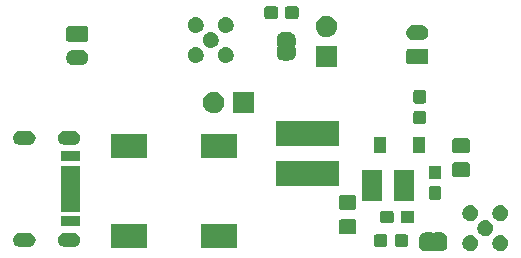
<source format=gts>
G04 #@! TF.GenerationSoftware,KiCad,Pcbnew,(5.1.5-0)*
G04 #@! TF.CreationDate,2021-10-28T11:32:37-06:00*
G04 #@! TF.ProjectId,TPS61165-heater-v2,54505336-3131-4363-952d-686561746572,rev?*
G04 #@! TF.SameCoordinates,Original*
G04 #@! TF.FileFunction,Soldermask,Top*
G04 #@! TF.FilePolarity,Negative*
%FSLAX46Y46*%
G04 Gerber Fmt 4.6, Leading zero omitted, Abs format (unit mm)*
G04 Created by KiCad (PCBNEW (5.1.5-0)) date 2021-10-28 11:32:37*
%MOMM*%
%LPD*%
G04 APERTURE LIST*
%ADD10C,0.100000*%
G04 APERTURE END LIST*
D10*
G36*
X152909999Y-84699737D02*
G01*
X152919608Y-84702652D01*
X152928472Y-84707390D01*
X152936237Y-84713763D01*
X152946448Y-84726206D01*
X152953378Y-84736575D01*
X152970705Y-84753902D01*
X152991080Y-84767515D01*
X153013720Y-84776891D01*
X153037753Y-84781671D01*
X153062257Y-84781670D01*
X153086290Y-84776888D01*
X153108929Y-84767510D01*
X153129302Y-84753895D01*
X153146629Y-84736568D01*
X153153558Y-84726198D01*
X153163763Y-84713763D01*
X153171528Y-84707390D01*
X153180392Y-84702652D01*
X153190001Y-84699737D01*
X153206140Y-84698148D01*
X153693861Y-84698148D01*
X153712199Y-84699954D01*
X153724450Y-84700556D01*
X153742869Y-84700556D01*
X153765149Y-84702750D01*
X153849233Y-84719476D01*
X153870660Y-84725976D01*
X153949858Y-84758780D01*
X153955303Y-84761691D01*
X153955309Y-84761693D01*
X153964169Y-84766429D01*
X153964173Y-84766432D01*
X153969614Y-84769340D01*
X154040899Y-84816971D01*
X154058204Y-84831172D01*
X154118828Y-84891796D01*
X154133029Y-84909101D01*
X154180660Y-84980386D01*
X154183568Y-84985827D01*
X154183571Y-84985831D01*
X154188307Y-84994691D01*
X154188309Y-84994697D01*
X154191220Y-85000142D01*
X154224024Y-85079340D01*
X154230524Y-85100767D01*
X154247250Y-85184851D01*
X154249444Y-85207131D01*
X154249444Y-85225550D01*
X154250046Y-85237801D01*
X154251852Y-85256139D01*
X154251852Y-85743862D01*
X154250046Y-85762199D01*
X154249444Y-85774450D01*
X154249444Y-85792869D01*
X154247250Y-85815149D01*
X154230524Y-85899233D01*
X154224024Y-85920660D01*
X154191220Y-85999858D01*
X154188309Y-86005303D01*
X154188307Y-86005309D01*
X154183571Y-86014169D01*
X154183568Y-86014173D01*
X154180660Y-86019614D01*
X154133029Y-86090899D01*
X154118828Y-86108204D01*
X154058204Y-86168828D01*
X154040899Y-86183029D01*
X153969614Y-86230660D01*
X153964173Y-86233568D01*
X153964169Y-86233571D01*
X153955309Y-86238307D01*
X153955303Y-86238309D01*
X153949858Y-86241220D01*
X153870660Y-86274024D01*
X153849233Y-86280524D01*
X153765149Y-86297250D01*
X153742869Y-86299444D01*
X153724450Y-86299444D01*
X153712199Y-86300046D01*
X153693862Y-86301852D01*
X153206140Y-86301852D01*
X153190001Y-86300263D01*
X153180392Y-86297348D01*
X153171528Y-86292610D01*
X153163763Y-86286237D01*
X153153552Y-86273794D01*
X153146622Y-86263425D01*
X153129295Y-86246098D01*
X153108920Y-86232485D01*
X153086280Y-86223109D01*
X153062247Y-86218329D01*
X153037743Y-86218330D01*
X153013710Y-86223112D01*
X152991071Y-86232490D01*
X152970698Y-86246105D01*
X152953371Y-86263432D01*
X152946442Y-86273802D01*
X152936237Y-86286237D01*
X152928472Y-86292610D01*
X152919608Y-86297348D01*
X152909999Y-86300263D01*
X152893860Y-86301852D01*
X152406138Y-86301852D01*
X152387801Y-86300046D01*
X152375550Y-86299444D01*
X152357131Y-86299444D01*
X152334851Y-86297250D01*
X152250767Y-86280524D01*
X152229340Y-86274024D01*
X152150142Y-86241220D01*
X152144697Y-86238309D01*
X152144691Y-86238307D01*
X152135831Y-86233571D01*
X152135827Y-86233568D01*
X152130386Y-86230660D01*
X152059101Y-86183029D01*
X152041796Y-86168828D01*
X151981172Y-86108204D01*
X151966971Y-86090899D01*
X151919340Y-86019614D01*
X151916432Y-86014173D01*
X151916429Y-86014169D01*
X151911693Y-86005309D01*
X151911691Y-86005303D01*
X151908780Y-85999858D01*
X151875976Y-85920660D01*
X151869476Y-85899233D01*
X151852750Y-85815149D01*
X151850556Y-85792869D01*
X151850556Y-85774450D01*
X151849954Y-85762199D01*
X151848148Y-85743862D01*
X151848148Y-85256139D01*
X151849954Y-85237801D01*
X151850556Y-85225550D01*
X151850556Y-85207131D01*
X151852750Y-85184851D01*
X151869476Y-85100767D01*
X151875976Y-85079340D01*
X151908780Y-85000142D01*
X151911691Y-84994697D01*
X151911693Y-84994691D01*
X151916429Y-84985831D01*
X151916432Y-84985827D01*
X151919340Y-84980386D01*
X151966971Y-84909101D01*
X151981172Y-84891796D01*
X152041796Y-84831172D01*
X152059101Y-84816971D01*
X152130386Y-84769340D01*
X152135827Y-84766432D01*
X152135831Y-84766429D01*
X152144691Y-84761693D01*
X152144697Y-84761691D01*
X152150142Y-84758780D01*
X152229340Y-84725976D01*
X152250767Y-84719476D01*
X152334851Y-84702750D01*
X152357131Y-84700556D01*
X152375550Y-84700556D01*
X152387801Y-84699954D01*
X152406139Y-84698148D01*
X152893860Y-84698148D01*
X152909999Y-84699737D01*
G37*
G36*
X158839300Y-84947595D02*
G01*
X158925724Y-84964786D01*
X159047838Y-85015367D01*
X159157738Y-85088800D01*
X159251200Y-85182262D01*
X159324633Y-85292162D01*
X159375214Y-85414276D01*
X159401000Y-85543912D01*
X159401000Y-85676088D01*
X159375214Y-85805724D01*
X159324633Y-85927838D01*
X159251200Y-86037738D01*
X159157738Y-86131200D01*
X159047838Y-86204633D01*
X158925724Y-86255214D01*
X158839300Y-86272405D01*
X158796089Y-86281000D01*
X158663911Y-86281000D01*
X158620700Y-86272405D01*
X158534276Y-86255214D01*
X158412162Y-86204633D01*
X158302262Y-86131200D01*
X158208800Y-86037738D01*
X158135367Y-85927838D01*
X158084786Y-85805724D01*
X158059000Y-85676088D01*
X158059000Y-85543912D01*
X158084786Y-85414276D01*
X158135367Y-85292162D01*
X158208800Y-85182262D01*
X158302262Y-85088800D01*
X158412162Y-85015367D01*
X158534276Y-84964786D01*
X158620700Y-84947595D01*
X158663911Y-84939000D01*
X158796089Y-84939000D01*
X158839300Y-84947595D01*
G37*
G36*
X156299300Y-84947595D02*
G01*
X156385724Y-84964786D01*
X156507838Y-85015367D01*
X156617738Y-85088800D01*
X156711200Y-85182262D01*
X156784633Y-85292162D01*
X156835214Y-85414276D01*
X156861000Y-85543912D01*
X156861000Y-85676088D01*
X156835214Y-85805724D01*
X156784633Y-85927838D01*
X156711200Y-86037738D01*
X156617738Y-86131200D01*
X156507838Y-86204633D01*
X156385724Y-86255214D01*
X156299300Y-86272405D01*
X156256089Y-86281000D01*
X156123911Y-86281000D01*
X156080700Y-86272405D01*
X155994276Y-86255214D01*
X155872162Y-86204633D01*
X155762262Y-86131200D01*
X155668800Y-86037738D01*
X155595367Y-85927838D01*
X155544786Y-85805724D01*
X155519000Y-85676088D01*
X155519000Y-85543912D01*
X155544786Y-85414276D01*
X155595367Y-85292162D01*
X155668800Y-85182262D01*
X155762262Y-85088800D01*
X155872162Y-85015367D01*
X155994276Y-84964786D01*
X156080700Y-84947595D01*
X156123911Y-84939000D01*
X156256089Y-84939000D01*
X156299300Y-84947595D01*
G37*
G36*
X128851000Y-86061000D02*
G01*
X125749000Y-86061000D01*
X125749000Y-83959000D01*
X128851000Y-83959000D01*
X128851000Y-86061000D01*
G37*
G36*
X136451000Y-86061000D02*
G01*
X133349000Y-86061000D01*
X133349000Y-83959000D01*
X136451000Y-83959000D01*
X136451000Y-86061000D01*
G37*
G36*
X149014499Y-84878445D02*
G01*
X149051995Y-84889820D01*
X149086554Y-84908292D01*
X149116847Y-84933153D01*
X149141708Y-84963446D01*
X149160180Y-84998005D01*
X149171555Y-85035501D01*
X149176000Y-85080638D01*
X149176000Y-85719362D01*
X149171555Y-85764499D01*
X149160180Y-85801995D01*
X149141708Y-85836554D01*
X149116847Y-85866847D01*
X149086554Y-85891708D01*
X149051995Y-85910180D01*
X149014499Y-85921555D01*
X148969362Y-85926000D01*
X148230638Y-85926000D01*
X148185501Y-85921555D01*
X148148005Y-85910180D01*
X148113446Y-85891708D01*
X148083153Y-85866847D01*
X148058292Y-85836554D01*
X148039820Y-85801995D01*
X148028445Y-85764499D01*
X148024000Y-85719362D01*
X148024000Y-85080638D01*
X148028445Y-85035501D01*
X148039820Y-84998005D01*
X148058292Y-84963446D01*
X148083153Y-84933153D01*
X148113446Y-84908292D01*
X148148005Y-84889820D01*
X148185501Y-84878445D01*
X148230638Y-84874000D01*
X148969362Y-84874000D01*
X149014499Y-84878445D01*
G37*
G36*
X150764499Y-84878445D02*
G01*
X150801995Y-84889820D01*
X150836554Y-84908292D01*
X150866847Y-84933153D01*
X150891708Y-84963446D01*
X150910180Y-84998005D01*
X150921555Y-85035501D01*
X150926000Y-85080638D01*
X150926000Y-85719362D01*
X150921555Y-85764499D01*
X150910180Y-85801995D01*
X150891708Y-85836554D01*
X150866847Y-85866847D01*
X150836554Y-85891708D01*
X150801995Y-85910180D01*
X150764499Y-85921555D01*
X150719362Y-85926000D01*
X149980638Y-85926000D01*
X149935501Y-85921555D01*
X149898005Y-85910180D01*
X149863446Y-85891708D01*
X149833153Y-85866847D01*
X149808292Y-85836554D01*
X149789820Y-85801995D01*
X149778445Y-85764499D01*
X149774000Y-85719362D01*
X149774000Y-85080638D01*
X149778445Y-85035501D01*
X149789820Y-84998005D01*
X149808292Y-84963446D01*
X149833153Y-84933153D01*
X149863446Y-84908292D01*
X149898005Y-84889820D01*
X149935501Y-84878445D01*
X149980638Y-84874000D01*
X150719362Y-84874000D01*
X150764499Y-84878445D01*
G37*
G36*
X122692818Y-84727696D02*
G01*
X122806105Y-84762062D01*
X122910512Y-84817869D01*
X123002027Y-84892973D01*
X123077131Y-84984488D01*
X123132938Y-85088895D01*
X123167304Y-85202182D01*
X123178907Y-85320000D01*
X123167304Y-85437818D01*
X123132938Y-85551105D01*
X123077131Y-85655512D01*
X123002027Y-85747027D01*
X122910512Y-85822131D01*
X122806105Y-85877938D01*
X122692818Y-85912304D01*
X122604519Y-85921000D01*
X121845481Y-85921000D01*
X121757182Y-85912304D01*
X121643895Y-85877938D01*
X121539488Y-85822131D01*
X121447973Y-85747027D01*
X121372869Y-85655512D01*
X121317062Y-85551105D01*
X121282696Y-85437818D01*
X121271093Y-85320000D01*
X121282696Y-85202182D01*
X121317062Y-85088895D01*
X121372869Y-84984488D01*
X121447973Y-84892973D01*
X121539488Y-84817869D01*
X121643895Y-84762062D01*
X121757182Y-84727696D01*
X121845481Y-84719000D01*
X122604519Y-84719000D01*
X122692818Y-84727696D01*
G37*
G36*
X118892818Y-84727696D02*
G01*
X119006105Y-84762062D01*
X119110512Y-84817869D01*
X119202027Y-84892973D01*
X119277131Y-84984488D01*
X119332938Y-85088895D01*
X119367304Y-85202182D01*
X119378907Y-85320000D01*
X119367304Y-85437818D01*
X119332938Y-85551105D01*
X119277131Y-85655512D01*
X119202027Y-85747027D01*
X119110512Y-85822131D01*
X119006105Y-85877938D01*
X118892818Y-85912304D01*
X118804519Y-85921000D01*
X118045481Y-85921000D01*
X117957182Y-85912304D01*
X117843895Y-85877938D01*
X117739488Y-85822131D01*
X117647973Y-85747027D01*
X117572869Y-85655512D01*
X117517062Y-85551105D01*
X117482696Y-85437818D01*
X117471093Y-85320000D01*
X117482696Y-85202182D01*
X117517062Y-85088895D01*
X117572869Y-84984488D01*
X117647973Y-84892973D01*
X117739488Y-84817869D01*
X117843895Y-84762062D01*
X117957182Y-84727696D01*
X118045481Y-84719000D01*
X118804519Y-84719000D01*
X118892818Y-84727696D01*
G37*
G36*
X157569300Y-83677595D02*
G01*
X157655724Y-83694786D01*
X157777838Y-83745367D01*
X157887738Y-83818800D01*
X157981200Y-83912262D01*
X158054633Y-84022162D01*
X158105214Y-84144276D01*
X158131000Y-84273912D01*
X158131000Y-84406088D01*
X158105214Y-84535724D01*
X158054633Y-84657838D01*
X157981200Y-84767738D01*
X157887738Y-84861200D01*
X157777838Y-84934633D01*
X157655724Y-84985214D01*
X157580675Y-85000142D01*
X157526089Y-85011000D01*
X157393911Y-85011000D01*
X157339325Y-85000142D01*
X157264276Y-84985214D01*
X157142162Y-84934633D01*
X157032262Y-84861200D01*
X156938800Y-84767738D01*
X156865367Y-84657838D01*
X156814786Y-84535724D01*
X156789000Y-84406088D01*
X156789000Y-84273912D01*
X156814786Y-84144276D01*
X156865367Y-84022162D01*
X156938800Y-83912262D01*
X157032262Y-83818800D01*
X157142162Y-83745367D01*
X157264276Y-83694786D01*
X157350700Y-83677595D01*
X157393911Y-83669000D01*
X157526089Y-83669000D01*
X157569300Y-83677595D01*
G37*
G36*
X146388674Y-83603465D02*
G01*
X146426367Y-83614899D01*
X146461103Y-83633466D01*
X146491548Y-83658452D01*
X146516534Y-83688897D01*
X146535101Y-83723633D01*
X146546535Y-83761326D01*
X146551000Y-83806661D01*
X146551000Y-84643339D01*
X146546535Y-84688674D01*
X146535101Y-84726367D01*
X146516534Y-84761103D01*
X146491548Y-84791548D01*
X146461103Y-84816534D01*
X146426367Y-84835101D01*
X146388674Y-84846535D01*
X146343339Y-84851000D01*
X145256661Y-84851000D01*
X145211326Y-84846535D01*
X145173633Y-84835101D01*
X145138897Y-84816534D01*
X145108452Y-84791548D01*
X145083466Y-84761103D01*
X145064899Y-84726367D01*
X145053465Y-84688674D01*
X145049000Y-84643339D01*
X145049000Y-83806661D01*
X145053465Y-83761326D01*
X145064899Y-83723633D01*
X145083466Y-83688897D01*
X145108452Y-83658452D01*
X145138897Y-83633466D01*
X145173633Y-83614899D01*
X145211326Y-83603465D01*
X145256661Y-83599000D01*
X146343339Y-83599000D01*
X146388674Y-83603465D01*
G37*
G36*
X123176000Y-84201000D02*
G01*
X121574000Y-84201000D01*
X121574000Y-83299000D01*
X123176000Y-83299000D01*
X123176000Y-84201000D01*
G37*
G36*
X149539499Y-82878445D02*
G01*
X149576995Y-82889820D01*
X149611554Y-82908292D01*
X149641847Y-82933153D01*
X149666708Y-82963446D01*
X149685180Y-82998005D01*
X149696555Y-83035501D01*
X149701000Y-83080638D01*
X149701000Y-83719362D01*
X149696555Y-83764499D01*
X149685180Y-83801995D01*
X149666708Y-83836554D01*
X149641847Y-83866847D01*
X149611554Y-83891708D01*
X149576995Y-83910180D01*
X149539499Y-83921555D01*
X149494362Y-83926000D01*
X148755638Y-83926000D01*
X148710501Y-83921555D01*
X148673005Y-83910180D01*
X148638446Y-83891708D01*
X148608153Y-83866847D01*
X148583292Y-83836554D01*
X148564820Y-83801995D01*
X148553445Y-83764499D01*
X148549000Y-83719362D01*
X148549000Y-83080638D01*
X148553445Y-83035501D01*
X148564820Y-82998005D01*
X148583292Y-82963446D01*
X148608153Y-82933153D01*
X148638446Y-82908292D01*
X148673005Y-82889820D01*
X148710501Y-82878445D01*
X148755638Y-82874000D01*
X149494362Y-82874000D01*
X149539499Y-82878445D01*
G37*
G36*
X151289499Y-82878445D02*
G01*
X151326995Y-82889820D01*
X151361554Y-82908292D01*
X151391847Y-82933153D01*
X151416708Y-82963446D01*
X151435180Y-82998005D01*
X151446555Y-83035501D01*
X151451000Y-83080638D01*
X151451000Y-83719362D01*
X151446555Y-83764499D01*
X151435180Y-83801995D01*
X151416708Y-83836554D01*
X151391847Y-83866847D01*
X151361554Y-83891708D01*
X151326995Y-83910180D01*
X151289499Y-83921555D01*
X151244362Y-83926000D01*
X150505638Y-83926000D01*
X150460501Y-83921555D01*
X150423005Y-83910180D01*
X150388446Y-83891708D01*
X150358153Y-83866847D01*
X150333292Y-83836554D01*
X150314820Y-83801995D01*
X150303445Y-83764499D01*
X150299000Y-83719362D01*
X150299000Y-83080638D01*
X150303445Y-83035501D01*
X150314820Y-82998005D01*
X150333292Y-82963446D01*
X150358153Y-82933153D01*
X150388446Y-82908292D01*
X150423005Y-82889820D01*
X150460501Y-82878445D01*
X150505638Y-82874000D01*
X151244362Y-82874000D01*
X151289499Y-82878445D01*
G37*
G36*
X156299300Y-82407595D02*
G01*
X156385724Y-82424786D01*
X156507838Y-82475367D01*
X156617738Y-82548800D01*
X156711200Y-82642262D01*
X156784633Y-82752162D01*
X156835214Y-82874276D01*
X156861000Y-83003912D01*
X156861000Y-83136088D01*
X156835214Y-83265724D01*
X156784633Y-83387838D01*
X156711200Y-83497738D01*
X156617738Y-83591200D01*
X156507838Y-83664633D01*
X156385724Y-83715214D01*
X156299300Y-83732405D01*
X156256089Y-83741000D01*
X156123911Y-83741000D01*
X156080700Y-83732405D01*
X155994276Y-83715214D01*
X155872162Y-83664633D01*
X155762262Y-83591200D01*
X155668800Y-83497738D01*
X155595367Y-83387838D01*
X155544786Y-83265724D01*
X155519000Y-83136088D01*
X155519000Y-83003912D01*
X155544786Y-82874276D01*
X155595367Y-82752162D01*
X155668800Y-82642262D01*
X155762262Y-82548800D01*
X155872162Y-82475367D01*
X155994276Y-82424786D01*
X156080700Y-82407595D01*
X156123911Y-82399000D01*
X156256089Y-82399000D01*
X156299300Y-82407595D01*
G37*
G36*
X158839300Y-82407595D02*
G01*
X158925724Y-82424786D01*
X159047838Y-82475367D01*
X159157738Y-82548800D01*
X159251200Y-82642262D01*
X159324633Y-82752162D01*
X159375214Y-82874276D01*
X159401000Y-83003912D01*
X159401000Y-83136088D01*
X159375214Y-83265724D01*
X159324633Y-83387838D01*
X159251200Y-83497738D01*
X159157738Y-83591200D01*
X159047838Y-83664633D01*
X158925724Y-83715214D01*
X158839300Y-83732405D01*
X158796089Y-83741000D01*
X158663911Y-83741000D01*
X158620700Y-83732405D01*
X158534276Y-83715214D01*
X158412162Y-83664633D01*
X158302262Y-83591200D01*
X158208800Y-83497738D01*
X158135367Y-83387838D01*
X158084786Y-83265724D01*
X158059000Y-83136088D01*
X158059000Y-83003912D01*
X158084786Y-82874276D01*
X158135367Y-82752162D01*
X158208800Y-82642262D01*
X158302262Y-82548800D01*
X158412162Y-82475367D01*
X158534276Y-82424786D01*
X158620700Y-82407595D01*
X158663911Y-82399000D01*
X158796089Y-82399000D01*
X158839300Y-82407595D01*
G37*
G36*
X123176000Y-82951000D02*
G01*
X121574000Y-82951000D01*
X121574000Y-79049000D01*
X123176000Y-79049000D01*
X123176000Y-82951000D01*
G37*
G36*
X146388674Y-81553465D02*
G01*
X146426367Y-81564899D01*
X146461103Y-81583466D01*
X146491548Y-81608452D01*
X146516534Y-81638897D01*
X146535101Y-81673633D01*
X146546535Y-81711326D01*
X146551000Y-81756661D01*
X146551000Y-82593339D01*
X146546535Y-82638674D01*
X146535101Y-82676367D01*
X146516534Y-82711103D01*
X146491548Y-82741548D01*
X146461103Y-82766534D01*
X146426367Y-82785101D01*
X146388674Y-82796535D01*
X146343339Y-82801000D01*
X145256661Y-82801000D01*
X145211326Y-82796535D01*
X145173633Y-82785101D01*
X145138897Y-82766534D01*
X145108452Y-82741548D01*
X145083466Y-82711103D01*
X145064899Y-82676367D01*
X145053465Y-82638674D01*
X145049000Y-82593339D01*
X145049000Y-81756661D01*
X145053465Y-81711326D01*
X145064899Y-81673633D01*
X145083466Y-81638897D01*
X145108452Y-81608452D01*
X145138897Y-81583466D01*
X145173633Y-81564899D01*
X145211326Y-81553465D01*
X145256661Y-81549000D01*
X146343339Y-81549000D01*
X146388674Y-81553465D01*
G37*
G36*
X151411000Y-82056000D02*
G01*
X149749000Y-82056000D01*
X149749000Y-79404000D01*
X151411000Y-79404000D01*
X151411000Y-82056000D01*
G37*
G36*
X148711000Y-82056000D02*
G01*
X147049000Y-82056000D01*
X147049000Y-79404000D01*
X148711000Y-79404000D01*
X148711000Y-82056000D01*
G37*
G36*
X153564499Y-80803445D02*
G01*
X153601995Y-80814820D01*
X153636554Y-80833292D01*
X153666847Y-80858153D01*
X153691708Y-80888446D01*
X153710180Y-80923005D01*
X153721555Y-80960501D01*
X153726000Y-81005638D01*
X153726000Y-81744362D01*
X153721555Y-81789499D01*
X153710180Y-81826995D01*
X153691708Y-81861554D01*
X153666847Y-81891847D01*
X153636554Y-81916708D01*
X153601995Y-81935180D01*
X153564499Y-81946555D01*
X153519362Y-81951000D01*
X152880638Y-81951000D01*
X152835501Y-81946555D01*
X152798005Y-81935180D01*
X152763446Y-81916708D01*
X152733153Y-81891847D01*
X152708292Y-81861554D01*
X152689820Y-81826995D01*
X152678445Y-81789499D01*
X152674000Y-81744362D01*
X152674000Y-81005638D01*
X152678445Y-80960501D01*
X152689820Y-80923005D01*
X152708292Y-80888446D01*
X152733153Y-80858153D01*
X152763446Y-80833292D01*
X152798005Y-80814820D01*
X152835501Y-80803445D01*
X152880638Y-80799000D01*
X153519362Y-80799000D01*
X153564499Y-80803445D01*
G37*
G36*
X145101000Y-80751000D02*
G01*
X139699000Y-80751000D01*
X139699000Y-78649000D01*
X145101000Y-78649000D01*
X145101000Y-80751000D01*
G37*
G36*
X153564499Y-79053445D02*
G01*
X153601995Y-79064820D01*
X153636554Y-79083292D01*
X153666847Y-79108153D01*
X153691708Y-79138446D01*
X153710180Y-79173005D01*
X153721555Y-79210501D01*
X153726000Y-79255638D01*
X153726000Y-79994362D01*
X153721555Y-80039499D01*
X153710180Y-80076995D01*
X153691708Y-80111554D01*
X153666847Y-80141847D01*
X153636554Y-80166708D01*
X153601995Y-80185180D01*
X153564499Y-80196555D01*
X153519362Y-80201000D01*
X152880638Y-80201000D01*
X152835501Y-80196555D01*
X152798005Y-80185180D01*
X152763446Y-80166708D01*
X152733153Y-80141847D01*
X152708292Y-80111554D01*
X152689820Y-80076995D01*
X152678445Y-80039499D01*
X152674000Y-79994362D01*
X152674000Y-79255638D01*
X152678445Y-79210501D01*
X152689820Y-79173005D01*
X152708292Y-79138446D01*
X152733153Y-79108153D01*
X152763446Y-79083292D01*
X152798005Y-79064820D01*
X152835501Y-79053445D01*
X152880638Y-79049000D01*
X153519362Y-79049000D01*
X153564499Y-79053445D01*
G37*
G36*
X155988674Y-78778465D02*
G01*
X156026367Y-78789899D01*
X156061103Y-78808466D01*
X156091548Y-78833452D01*
X156116534Y-78863897D01*
X156135101Y-78898633D01*
X156146535Y-78936326D01*
X156151000Y-78981661D01*
X156151000Y-79818339D01*
X156146535Y-79863674D01*
X156135101Y-79901367D01*
X156116534Y-79936103D01*
X156091548Y-79966548D01*
X156061103Y-79991534D01*
X156026367Y-80010101D01*
X155988674Y-80021535D01*
X155943339Y-80026000D01*
X154856661Y-80026000D01*
X154811326Y-80021535D01*
X154773633Y-80010101D01*
X154738897Y-79991534D01*
X154708452Y-79966548D01*
X154683466Y-79936103D01*
X154664899Y-79901367D01*
X154653465Y-79863674D01*
X154649000Y-79818339D01*
X154649000Y-78981661D01*
X154653465Y-78936326D01*
X154664899Y-78898633D01*
X154683466Y-78863897D01*
X154708452Y-78833452D01*
X154738897Y-78808466D01*
X154773633Y-78789899D01*
X154811326Y-78778465D01*
X154856661Y-78774000D01*
X155943339Y-78774000D01*
X155988674Y-78778465D01*
G37*
G36*
X123176000Y-78701000D02*
G01*
X121574000Y-78701000D01*
X121574000Y-77799000D01*
X123176000Y-77799000D01*
X123176000Y-78701000D01*
G37*
G36*
X136451000Y-78441000D02*
G01*
X133349000Y-78441000D01*
X133349000Y-76339000D01*
X136451000Y-76339000D01*
X136451000Y-78441000D01*
G37*
G36*
X128851000Y-78441000D02*
G01*
X125749000Y-78441000D01*
X125749000Y-76339000D01*
X128851000Y-76339000D01*
X128851000Y-78441000D01*
G37*
G36*
X155988674Y-76728465D02*
G01*
X156026367Y-76739899D01*
X156061103Y-76758466D01*
X156091548Y-76783452D01*
X156116534Y-76813897D01*
X156135101Y-76848633D01*
X156146535Y-76886326D01*
X156151000Y-76931661D01*
X156151000Y-77768339D01*
X156146535Y-77813674D01*
X156135101Y-77851367D01*
X156116534Y-77886103D01*
X156091548Y-77916548D01*
X156061103Y-77941534D01*
X156026367Y-77960101D01*
X155988674Y-77971535D01*
X155943339Y-77976000D01*
X154856661Y-77976000D01*
X154811326Y-77971535D01*
X154773633Y-77960101D01*
X154738897Y-77941534D01*
X154708452Y-77916548D01*
X154683466Y-77886103D01*
X154664899Y-77851367D01*
X154653465Y-77813674D01*
X154649000Y-77768339D01*
X154649000Y-76931661D01*
X154653465Y-76886326D01*
X154664899Y-76848633D01*
X154683466Y-76813897D01*
X154708452Y-76783452D01*
X154738897Y-76758466D01*
X154773633Y-76739899D01*
X154811326Y-76728465D01*
X154856661Y-76724000D01*
X155943339Y-76724000D01*
X155988674Y-76728465D01*
G37*
G36*
X152351000Y-77951000D02*
G01*
X151349000Y-77951000D01*
X151349000Y-76649000D01*
X152351000Y-76649000D01*
X152351000Y-77951000D01*
G37*
G36*
X149051000Y-77951000D02*
G01*
X148049000Y-77951000D01*
X148049000Y-76649000D01*
X149051000Y-76649000D01*
X149051000Y-77951000D01*
G37*
G36*
X145101000Y-77351000D02*
G01*
X139699000Y-77351000D01*
X139699000Y-75249000D01*
X145101000Y-75249000D01*
X145101000Y-77351000D01*
G37*
G36*
X118892818Y-76087696D02*
G01*
X119006105Y-76122062D01*
X119110512Y-76177869D01*
X119202027Y-76252973D01*
X119277131Y-76344488D01*
X119332938Y-76448895D01*
X119367304Y-76562182D01*
X119378907Y-76680000D01*
X119367304Y-76797818D01*
X119332938Y-76911105D01*
X119277131Y-77015512D01*
X119202027Y-77107027D01*
X119110512Y-77182131D01*
X119006105Y-77237938D01*
X118892818Y-77272304D01*
X118804519Y-77281000D01*
X118045481Y-77281000D01*
X117957182Y-77272304D01*
X117843895Y-77237938D01*
X117739488Y-77182131D01*
X117647973Y-77107027D01*
X117572869Y-77015512D01*
X117517062Y-76911105D01*
X117482696Y-76797818D01*
X117471093Y-76680000D01*
X117482696Y-76562182D01*
X117517062Y-76448895D01*
X117572869Y-76344488D01*
X117647973Y-76252973D01*
X117739488Y-76177869D01*
X117843895Y-76122062D01*
X117957182Y-76087696D01*
X118045481Y-76079000D01*
X118804519Y-76079000D01*
X118892818Y-76087696D01*
G37*
G36*
X122692818Y-76087696D02*
G01*
X122806105Y-76122062D01*
X122910512Y-76177869D01*
X123002027Y-76252973D01*
X123077131Y-76344488D01*
X123132938Y-76448895D01*
X123167304Y-76562182D01*
X123178907Y-76680000D01*
X123167304Y-76797818D01*
X123132938Y-76911105D01*
X123077131Y-77015512D01*
X123002027Y-77107027D01*
X122910512Y-77182131D01*
X122806105Y-77237938D01*
X122692818Y-77272304D01*
X122604519Y-77281000D01*
X121845481Y-77281000D01*
X121757182Y-77272304D01*
X121643895Y-77237938D01*
X121539488Y-77182131D01*
X121447973Y-77107027D01*
X121372869Y-77015512D01*
X121317062Y-76911105D01*
X121282696Y-76797818D01*
X121271093Y-76680000D01*
X121282696Y-76562182D01*
X121317062Y-76448895D01*
X121372869Y-76344488D01*
X121447973Y-76252973D01*
X121539488Y-76177869D01*
X121643895Y-76122062D01*
X121757182Y-76087696D01*
X121845481Y-76079000D01*
X122604519Y-76079000D01*
X122692818Y-76087696D01*
G37*
G36*
X152264499Y-74403445D02*
G01*
X152301995Y-74414820D01*
X152336554Y-74433292D01*
X152366847Y-74458153D01*
X152391708Y-74488446D01*
X152410180Y-74523005D01*
X152421555Y-74560501D01*
X152426000Y-74605638D01*
X152426000Y-75344362D01*
X152421555Y-75389499D01*
X152410180Y-75426995D01*
X152391708Y-75461554D01*
X152366847Y-75491847D01*
X152336554Y-75516708D01*
X152301995Y-75535180D01*
X152264499Y-75546555D01*
X152219362Y-75551000D01*
X151580638Y-75551000D01*
X151535501Y-75546555D01*
X151498005Y-75535180D01*
X151463446Y-75516708D01*
X151433153Y-75491847D01*
X151408292Y-75461554D01*
X151389820Y-75426995D01*
X151378445Y-75389499D01*
X151374000Y-75344362D01*
X151374000Y-74605638D01*
X151378445Y-74560501D01*
X151389820Y-74523005D01*
X151408292Y-74488446D01*
X151433153Y-74458153D01*
X151463446Y-74433292D01*
X151498005Y-74414820D01*
X151535501Y-74403445D01*
X151580638Y-74399000D01*
X152219362Y-74399000D01*
X152264499Y-74403445D01*
G37*
G36*
X137901000Y-74601000D02*
G01*
X136099000Y-74601000D01*
X136099000Y-72799000D01*
X137901000Y-72799000D01*
X137901000Y-74601000D01*
G37*
G36*
X134573512Y-72803927D02*
G01*
X134722812Y-72833624D01*
X134886784Y-72901544D01*
X135034354Y-73000147D01*
X135159853Y-73125646D01*
X135258456Y-73273216D01*
X135326376Y-73437188D01*
X135361000Y-73611259D01*
X135361000Y-73788741D01*
X135326376Y-73962812D01*
X135258456Y-74126784D01*
X135159853Y-74274354D01*
X135034354Y-74399853D01*
X134886784Y-74498456D01*
X134722812Y-74566376D01*
X134573512Y-74596073D01*
X134548742Y-74601000D01*
X134371258Y-74601000D01*
X134346488Y-74596073D01*
X134197188Y-74566376D01*
X134033216Y-74498456D01*
X133885646Y-74399853D01*
X133760147Y-74274354D01*
X133661544Y-74126784D01*
X133593624Y-73962812D01*
X133559000Y-73788741D01*
X133559000Y-73611259D01*
X133593624Y-73437188D01*
X133661544Y-73273216D01*
X133760147Y-73125646D01*
X133885646Y-73000147D01*
X134033216Y-72901544D01*
X134197188Y-72833624D01*
X134346488Y-72803927D01*
X134371258Y-72799000D01*
X134548742Y-72799000D01*
X134573512Y-72803927D01*
G37*
G36*
X152264499Y-72653445D02*
G01*
X152301995Y-72664820D01*
X152336554Y-72683292D01*
X152366847Y-72708153D01*
X152391708Y-72738446D01*
X152410180Y-72773005D01*
X152421555Y-72810501D01*
X152426000Y-72855638D01*
X152426000Y-73594362D01*
X152421555Y-73639499D01*
X152410180Y-73676995D01*
X152391708Y-73711554D01*
X152366847Y-73741847D01*
X152336554Y-73766708D01*
X152301995Y-73785180D01*
X152264499Y-73796555D01*
X152219362Y-73801000D01*
X151580638Y-73801000D01*
X151535501Y-73796555D01*
X151498005Y-73785180D01*
X151463446Y-73766708D01*
X151433153Y-73741847D01*
X151408292Y-73711554D01*
X151389820Y-73676995D01*
X151378445Y-73639499D01*
X151374000Y-73594362D01*
X151374000Y-72855638D01*
X151378445Y-72810501D01*
X151389820Y-72773005D01*
X151408292Y-72738446D01*
X151433153Y-72708153D01*
X151463446Y-72683292D01*
X151498005Y-72664820D01*
X151535501Y-72653445D01*
X151580638Y-72649000D01*
X152219362Y-72649000D01*
X152264499Y-72653445D01*
G37*
G36*
X144901000Y-70701000D02*
G01*
X143099000Y-70701000D01*
X143099000Y-68899000D01*
X144901000Y-68899000D01*
X144901000Y-70701000D01*
G37*
G36*
X123238855Y-69252140D02*
G01*
X123302618Y-69258420D01*
X123393404Y-69285960D01*
X123425336Y-69295646D01*
X123538425Y-69356094D01*
X123637554Y-69437446D01*
X123718906Y-69536575D01*
X123779354Y-69649664D01*
X123779355Y-69649668D01*
X123816580Y-69772382D01*
X123829149Y-69900000D01*
X123816580Y-70027618D01*
X123800490Y-70080660D01*
X123779354Y-70150336D01*
X123718906Y-70263425D01*
X123637554Y-70362554D01*
X123538425Y-70443906D01*
X123425336Y-70504354D01*
X123393404Y-70514040D01*
X123302618Y-70541580D01*
X123238855Y-70547860D01*
X123206974Y-70551000D01*
X122593026Y-70551000D01*
X122561145Y-70547860D01*
X122497382Y-70541580D01*
X122406596Y-70514040D01*
X122374664Y-70504354D01*
X122261575Y-70443906D01*
X122162446Y-70362554D01*
X122081094Y-70263425D01*
X122020646Y-70150336D01*
X121999510Y-70080660D01*
X121983420Y-70027618D01*
X121970851Y-69900000D01*
X121983420Y-69772382D01*
X122020645Y-69649668D01*
X122020646Y-69649664D01*
X122081094Y-69536575D01*
X122162446Y-69437446D01*
X122261575Y-69356094D01*
X122374664Y-69295646D01*
X122406596Y-69285960D01*
X122497382Y-69258420D01*
X122561145Y-69252140D01*
X122593026Y-69249000D01*
X123206974Y-69249000D01*
X123238855Y-69252140D01*
G37*
G36*
X152466242Y-69153404D02*
G01*
X152503337Y-69164657D01*
X152537515Y-69182925D01*
X152567481Y-69207519D01*
X152592075Y-69237485D01*
X152610343Y-69271663D01*
X152621596Y-69308758D01*
X152626000Y-69353474D01*
X152626000Y-70246526D01*
X152621596Y-70291242D01*
X152610343Y-70328337D01*
X152592075Y-70362515D01*
X152567481Y-70392481D01*
X152537515Y-70417075D01*
X152503337Y-70435343D01*
X152466242Y-70446596D01*
X152421526Y-70451000D01*
X150978474Y-70451000D01*
X150933758Y-70446596D01*
X150896663Y-70435343D01*
X150862485Y-70417075D01*
X150832519Y-70392481D01*
X150807925Y-70362515D01*
X150789657Y-70328337D01*
X150778404Y-70291242D01*
X150774000Y-70246526D01*
X150774000Y-69353474D01*
X150778404Y-69308758D01*
X150789657Y-69271663D01*
X150807925Y-69237485D01*
X150832519Y-69207519D01*
X150862485Y-69182925D01*
X150896663Y-69164657D01*
X150933758Y-69153404D01*
X150978474Y-69149000D01*
X152421526Y-69149000D01*
X152466242Y-69153404D01*
G37*
G36*
X133039300Y-69007595D02*
G01*
X133125724Y-69024786D01*
X133247838Y-69075367D01*
X133357738Y-69148800D01*
X133451200Y-69242262D01*
X133524633Y-69352162D01*
X133575214Y-69474276D01*
X133601000Y-69603912D01*
X133601000Y-69736088D01*
X133575214Y-69865724D01*
X133524633Y-69987838D01*
X133451200Y-70097738D01*
X133357738Y-70191200D01*
X133247838Y-70264633D01*
X133125724Y-70315214D01*
X133049132Y-70330449D01*
X132996089Y-70341000D01*
X132863911Y-70341000D01*
X132810868Y-70330449D01*
X132734276Y-70315214D01*
X132612162Y-70264633D01*
X132502262Y-70191200D01*
X132408800Y-70097738D01*
X132335367Y-69987838D01*
X132284786Y-69865724D01*
X132259000Y-69736088D01*
X132259000Y-69603912D01*
X132284786Y-69474276D01*
X132335367Y-69352162D01*
X132408800Y-69242262D01*
X132502262Y-69148800D01*
X132612162Y-69075367D01*
X132734276Y-69024786D01*
X132820700Y-69007595D01*
X132863911Y-68999000D01*
X132996089Y-68999000D01*
X133039300Y-69007595D01*
G37*
G36*
X135579300Y-69007595D02*
G01*
X135665724Y-69024786D01*
X135787838Y-69075367D01*
X135897738Y-69148800D01*
X135991200Y-69242262D01*
X136064633Y-69352162D01*
X136115214Y-69474276D01*
X136141000Y-69603912D01*
X136141000Y-69736088D01*
X136115214Y-69865724D01*
X136064633Y-69987838D01*
X135991200Y-70097738D01*
X135897738Y-70191200D01*
X135787838Y-70264633D01*
X135665724Y-70315214D01*
X135589132Y-70330449D01*
X135536089Y-70341000D01*
X135403911Y-70341000D01*
X135350868Y-70330449D01*
X135274276Y-70315214D01*
X135152162Y-70264633D01*
X135042262Y-70191200D01*
X134948800Y-70097738D01*
X134875367Y-69987838D01*
X134824786Y-69865724D01*
X134799000Y-69736088D01*
X134799000Y-69603912D01*
X134824786Y-69474276D01*
X134875367Y-69352162D01*
X134948800Y-69242262D01*
X135042262Y-69148800D01*
X135152162Y-69075367D01*
X135274276Y-69024786D01*
X135360700Y-69007595D01*
X135403911Y-68999000D01*
X135536089Y-68999000D01*
X135579300Y-69007595D01*
G37*
G36*
X140862199Y-67749954D02*
G01*
X140874450Y-67750556D01*
X140892869Y-67750556D01*
X140915149Y-67752750D01*
X140999233Y-67769476D01*
X141020660Y-67775976D01*
X141099858Y-67808780D01*
X141105303Y-67811691D01*
X141105309Y-67811693D01*
X141114169Y-67816429D01*
X141114173Y-67816432D01*
X141119614Y-67819340D01*
X141190899Y-67866971D01*
X141208204Y-67881172D01*
X141268828Y-67941796D01*
X141283029Y-67959101D01*
X141330660Y-68030386D01*
X141333568Y-68035827D01*
X141333571Y-68035831D01*
X141338307Y-68044691D01*
X141338309Y-68044697D01*
X141341220Y-68050142D01*
X141374024Y-68129340D01*
X141380524Y-68150767D01*
X141397250Y-68234851D01*
X141399444Y-68257131D01*
X141399444Y-68275550D01*
X141400046Y-68287801D01*
X141401852Y-68306139D01*
X141401852Y-68793860D01*
X141400263Y-68809999D01*
X141397348Y-68819608D01*
X141392610Y-68828472D01*
X141386237Y-68836237D01*
X141373794Y-68846448D01*
X141363425Y-68853378D01*
X141346098Y-68870705D01*
X141332485Y-68891080D01*
X141323109Y-68913720D01*
X141318329Y-68937753D01*
X141318330Y-68962257D01*
X141323112Y-68986290D01*
X141332490Y-69008929D01*
X141346105Y-69029302D01*
X141363432Y-69046629D01*
X141373802Y-69053558D01*
X141386237Y-69063763D01*
X141392610Y-69071528D01*
X141397348Y-69080392D01*
X141400263Y-69090001D01*
X141401852Y-69106140D01*
X141401852Y-69593862D01*
X141400046Y-69612199D01*
X141399444Y-69624450D01*
X141399444Y-69642869D01*
X141397250Y-69665149D01*
X141380524Y-69749233D01*
X141374024Y-69770660D01*
X141341220Y-69849858D01*
X141338309Y-69855303D01*
X141338307Y-69855309D01*
X141333571Y-69864169D01*
X141333568Y-69864173D01*
X141330660Y-69869614D01*
X141283029Y-69940899D01*
X141268828Y-69958204D01*
X141208204Y-70018828D01*
X141190899Y-70033029D01*
X141119614Y-70080660D01*
X141114173Y-70083568D01*
X141114169Y-70083571D01*
X141105309Y-70088307D01*
X141105303Y-70088309D01*
X141099858Y-70091220D01*
X141020660Y-70124024D01*
X140999233Y-70130524D01*
X140915149Y-70147250D01*
X140892869Y-70149444D01*
X140874450Y-70149444D01*
X140862199Y-70150046D01*
X140843862Y-70151852D01*
X140356138Y-70151852D01*
X140337801Y-70150046D01*
X140325550Y-70149444D01*
X140307131Y-70149444D01*
X140284851Y-70147250D01*
X140200767Y-70130524D01*
X140179340Y-70124024D01*
X140100142Y-70091220D01*
X140094697Y-70088309D01*
X140094691Y-70088307D01*
X140085831Y-70083571D01*
X140085827Y-70083568D01*
X140080386Y-70080660D01*
X140009101Y-70033029D01*
X139991796Y-70018828D01*
X139931172Y-69958204D01*
X139916971Y-69940899D01*
X139869340Y-69869614D01*
X139866432Y-69864173D01*
X139866429Y-69864169D01*
X139861693Y-69855309D01*
X139861691Y-69855303D01*
X139858780Y-69849858D01*
X139825976Y-69770660D01*
X139819476Y-69749233D01*
X139802750Y-69665149D01*
X139800556Y-69642869D01*
X139800556Y-69624450D01*
X139799954Y-69612199D01*
X139798148Y-69593862D01*
X139798148Y-69106140D01*
X139799737Y-69090001D01*
X139802652Y-69080392D01*
X139807390Y-69071528D01*
X139813763Y-69063763D01*
X139826206Y-69053552D01*
X139836575Y-69046622D01*
X139853902Y-69029295D01*
X139867515Y-69008920D01*
X139876891Y-68986280D01*
X139881671Y-68962247D01*
X139881670Y-68937743D01*
X139876888Y-68913710D01*
X139867510Y-68891071D01*
X139853895Y-68870698D01*
X139836568Y-68853371D01*
X139826198Y-68846442D01*
X139813763Y-68836237D01*
X139807390Y-68828472D01*
X139802652Y-68819608D01*
X139799737Y-68809999D01*
X139798148Y-68793860D01*
X139798148Y-68306139D01*
X139799954Y-68287801D01*
X139800556Y-68275550D01*
X139800556Y-68257131D01*
X139802750Y-68234851D01*
X139819476Y-68150767D01*
X139825976Y-68129340D01*
X139858780Y-68050142D01*
X139861691Y-68044697D01*
X139861693Y-68044691D01*
X139866429Y-68035831D01*
X139866432Y-68035827D01*
X139869340Y-68030386D01*
X139916971Y-67959101D01*
X139931172Y-67941796D01*
X139991796Y-67881172D01*
X140009101Y-67866971D01*
X140080386Y-67819340D01*
X140085827Y-67816432D01*
X140085831Y-67816429D01*
X140094691Y-67811693D01*
X140094697Y-67811691D01*
X140100142Y-67808780D01*
X140179340Y-67775976D01*
X140200767Y-67769476D01*
X140284851Y-67752750D01*
X140307131Y-67750556D01*
X140325550Y-67750556D01*
X140337801Y-67749954D01*
X140356139Y-67748148D01*
X140843861Y-67748148D01*
X140862199Y-67749954D01*
G37*
G36*
X134309300Y-67737595D02*
G01*
X134395724Y-67754786D01*
X134517838Y-67805367D01*
X134627738Y-67878800D01*
X134721200Y-67972262D01*
X134794633Y-68082162D01*
X134845214Y-68204276D01*
X134871000Y-68333912D01*
X134871000Y-68466088D01*
X134845214Y-68595724D01*
X134794633Y-68717838D01*
X134721200Y-68827738D01*
X134627738Y-68921200D01*
X134517838Y-68994633D01*
X134395724Y-69045214D01*
X134309300Y-69062405D01*
X134266089Y-69071000D01*
X134133911Y-69071000D01*
X134090700Y-69062405D01*
X134004276Y-69045214D01*
X133882162Y-68994633D01*
X133772262Y-68921200D01*
X133678800Y-68827738D01*
X133605367Y-68717838D01*
X133554786Y-68595724D01*
X133529000Y-68466088D01*
X133529000Y-68333912D01*
X133554786Y-68204276D01*
X133605367Y-68082162D01*
X133678800Y-67972262D01*
X133772262Y-67878800D01*
X133882162Y-67805367D01*
X134004276Y-67754786D01*
X134090700Y-67737595D01*
X134133911Y-67729000D01*
X134266089Y-67729000D01*
X134309300Y-67737595D01*
G37*
G36*
X123666242Y-67253404D02*
G01*
X123703337Y-67264657D01*
X123737515Y-67282925D01*
X123767481Y-67307519D01*
X123792075Y-67337485D01*
X123810343Y-67371663D01*
X123821596Y-67408758D01*
X123826000Y-67453474D01*
X123826000Y-68346526D01*
X123821596Y-68391242D01*
X123810343Y-68428337D01*
X123792075Y-68462515D01*
X123767481Y-68492481D01*
X123737515Y-68517075D01*
X123703337Y-68535343D01*
X123666242Y-68546596D01*
X123621526Y-68551000D01*
X122178474Y-68551000D01*
X122133758Y-68546596D01*
X122096663Y-68535343D01*
X122062485Y-68517075D01*
X122032519Y-68492481D01*
X122007925Y-68462515D01*
X121989657Y-68428337D01*
X121978404Y-68391242D01*
X121974000Y-68346526D01*
X121974000Y-67453474D01*
X121978404Y-67408758D01*
X121989657Y-67371663D01*
X122007925Y-67337485D01*
X122032519Y-67307519D01*
X122062485Y-67282925D01*
X122096663Y-67264657D01*
X122133758Y-67253404D01*
X122178474Y-67249000D01*
X123621526Y-67249000D01*
X123666242Y-67253404D01*
G37*
G36*
X152038855Y-67152140D02*
G01*
X152102618Y-67158420D01*
X152193404Y-67185960D01*
X152225336Y-67195646D01*
X152338425Y-67256094D01*
X152437554Y-67337446D01*
X152518906Y-67436575D01*
X152579354Y-67549664D01*
X152579355Y-67549668D01*
X152616580Y-67672382D01*
X152629149Y-67800000D01*
X152616580Y-67927618D01*
X152589040Y-68018404D01*
X152579354Y-68050336D01*
X152518906Y-68163425D01*
X152437554Y-68262554D01*
X152338425Y-68343906D01*
X152225336Y-68404354D01*
X152193404Y-68414040D01*
X152102618Y-68441580D01*
X152038855Y-68447860D01*
X152006974Y-68451000D01*
X151393026Y-68451000D01*
X151361145Y-68447860D01*
X151297382Y-68441580D01*
X151206596Y-68414040D01*
X151174664Y-68404354D01*
X151061575Y-68343906D01*
X150962446Y-68262554D01*
X150881094Y-68163425D01*
X150820646Y-68050336D01*
X150810960Y-68018404D01*
X150783420Y-67927618D01*
X150770851Y-67800000D01*
X150783420Y-67672382D01*
X150820645Y-67549668D01*
X150820646Y-67549664D01*
X150881094Y-67436575D01*
X150962446Y-67337446D01*
X151061575Y-67256094D01*
X151174664Y-67195646D01*
X151206596Y-67185960D01*
X151297382Y-67158420D01*
X151361145Y-67152140D01*
X151393026Y-67149000D01*
X152006974Y-67149000D01*
X152038855Y-67152140D01*
G37*
G36*
X144108851Y-66363000D02*
G01*
X144262812Y-66393624D01*
X144426784Y-66461544D01*
X144574354Y-66560147D01*
X144699853Y-66685646D01*
X144798456Y-66833216D01*
X144866376Y-66997188D01*
X144901000Y-67171259D01*
X144901000Y-67348741D01*
X144866376Y-67522812D01*
X144798456Y-67686784D01*
X144699853Y-67834354D01*
X144574354Y-67959853D01*
X144426784Y-68058456D01*
X144262812Y-68126376D01*
X144113512Y-68156073D01*
X144088742Y-68161000D01*
X143911258Y-68161000D01*
X143886488Y-68156073D01*
X143737188Y-68126376D01*
X143573216Y-68058456D01*
X143425646Y-67959853D01*
X143300147Y-67834354D01*
X143201544Y-67686784D01*
X143133624Y-67522812D01*
X143099000Y-67348741D01*
X143099000Y-67171259D01*
X143133624Y-66997188D01*
X143201544Y-66833216D01*
X143300147Y-66685646D01*
X143425646Y-66560147D01*
X143573216Y-66461544D01*
X143737188Y-66393624D01*
X143891149Y-66363000D01*
X143911258Y-66359000D01*
X144088742Y-66359000D01*
X144108851Y-66363000D01*
G37*
G36*
X133023734Y-66464499D02*
G01*
X133125724Y-66484786D01*
X133247838Y-66535367D01*
X133357738Y-66608800D01*
X133451200Y-66702262D01*
X133524633Y-66812162D01*
X133575214Y-66934276D01*
X133601000Y-67063912D01*
X133601000Y-67196088D01*
X133575214Y-67325724D01*
X133524633Y-67447838D01*
X133451200Y-67557738D01*
X133357738Y-67651200D01*
X133247838Y-67724633D01*
X133125724Y-67775214D01*
X133039300Y-67792405D01*
X132996089Y-67801000D01*
X132863911Y-67801000D01*
X132820700Y-67792405D01*
X132734276Y-67775214D01*
X132612162Y-67724633D01*
X132502262Y-67651200D01*
X132408800Y-67557738D01*
X132335367Y-67447838D01*
X132284786Y-67325724D01*
X132259000Y-67196088D01*
X132259000Y-67063912D01*
X132284786Y-66934276D01*
X132335367Y-66812162D01*
X132408800Y-66702262D01*
X132502262Y-66608800D01*
X132612162Y-66535367D01*
X132734276Y-66484786D01*
X132836266Y-66464499D01*
X132863911Y-66459000D01*
X132996089Y-66459000D01*
X133023734Y-66464499D01*
G37*
G36*
X135563734Y-66464499D02*
G01*
X135665724Y-66484786D01*
X135787838Y-66535367D01*
X135897738Y-66608800D01*
X135991200Y-66702262D01*
X136064633Y-66812162D01*
X136115214Y-66934276D01*
X136141000Y-67063912D01*
X136141000Y-67196088D01*
X136115214Y-67325724D01*
X136064633Y-67447838D01*
X135991200Y-67557738D01*
X135897738Y-67651200D01*
X135787838Y-67724633D01*
X135665724Y-67775214D01*
X135579300Y-67792405D01*
X135536089Y-67801000D01*
X135403911Y-67801000D01*
X135360700Y-67792405D01*
X135274276Y-67775214D01*
X135152162Y-67724633D01*
X135042262Y-67651200D01*
X134948800Y-67557738D01*
X134875367Y-67447838D01*
X134824786Y-67325724D01*
X134799000Y-67196088D01*
X134799000Y-67063912D01*
X134824786Y-66934276D01*
X134875367Y-66812162D01*
X134948800Y-66702262D01*
X135042262Y-66608800D01*
X135152162Y-66535367D01*
X135274276Y-66484786D01*
X135376266Y-66464499D01*
X135403911Y-66459000D01*
X135536089Y-66459000D01*
X135563734Y-66464499D01*
G37*
G36*
X141489499Y-65578445D02*
G01*
X141526995Y-65589820D01*
X141561554Y-65608292D01*
X141591847Y-65633153D01*
X141616708Y-65663446D01*
X141635180Y-65698005D01*
X141646555Y-65735501D01*
X141651000Y-65780638D01*
X141651000Y-66419362D01*
X141646555Y-66464499D01*
X141635180Y-66501995D01*
X141616708Y-66536554D01*
X141591847Y-66566847D01*
X141561554Y-66591708D01*
X141526995Y-66610180D01*
X141489499Y-66621555D01*
X141444362Y-66626000D01*
X140705638Y-66626000D01*
X140660501Y-66621555D01*
X140623005Y-66610180D01*
X140588446Y-66591708D01*
X140558153Y-66566847D01*
X140533292Y-66536554D01*
X140514820Y-66501995D01*
X140503445Y-66464499D01*
X140499000Y-66419362D01*
X140499000Y-65780638D01*
X140503445Y-65735501D01*
X140514820Y-65698005D01*
X140533292Y-65663446D01*
X140558153Y-65633153D01*
X140588446Y-65608292D01*
X140623005Y-65589820D01*
X140660501Y-65578445D01*
X140705638Y-65574000D01*
X141444362Y-65574000D01*
X141489499Y-65578445D01*
G37*
G36*
X139739499Y-65578445D02*
G01*
X139776995Y-65589820D01*
X139811554Y-65608292D01*
X139841847Y-65633153D01*
X139866708Y-65663446D01*
X139885180Y-65698005D01*
X139896555Y-65735501D01*
X139901000Y-65780638D01*
X139901000Y-66419362D01*
X139896555Y-66464499D01*
X139885180Y-66501995D01*
X139866708Y-66536554D01*
X139841847Y-66566847D01*
X139811554Y-66591708D01*
X139776995Y-66610180D01*
X139739499Y-66621555D01*
X139694362Y-66626000D01*
X138955638Y-66626000D01*
X138910501Y-66621555D01*
X138873005Y-66610180D01*
X138838446Y-66591708D01*
X138808153Y-66566847D01*
X138783292Y-66536554D01*
X138764820Y-66501995D01*
X138753445Y-66464499D01*
X138749000Y-66419362D01*
X138749000Y-65780638D01*
X138753445Y-65735501D01*
X138764820Y-65698005D01*
X138783292Y-65663446D01*
X138808153Y-65633153D01*
X138838446Y-65608292D01*
X138873005Y-65589820D01*
X138910501Y-65578445D01*
X138955638Y-65574000D01*
X139694362Y-65574000D01*
X139739499Y-65578445D01*
G37*
M02*

</source>
